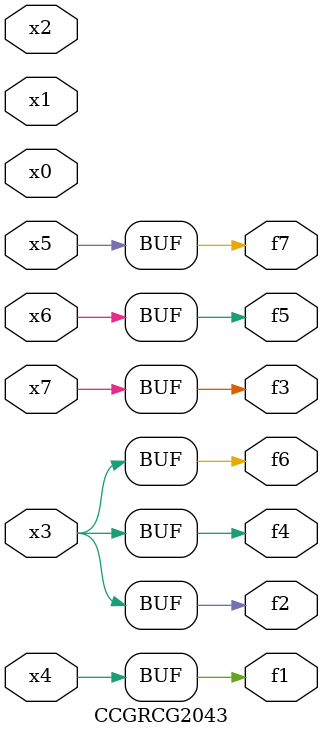
<source format=v>
module CCGRCG2043(
	input x0, x1, x2, x3, x4, x5, x6, x7,
	output f1, f2, f3, f4, f5, f6, f7
);
	assign f1 = x4;
	assign f2 = x3;
	assign f3 = x7;
	assign f4 = x3;
	assign f5 = x6;
	assign f6 = x3;
	assign f7 = x5;
endmodule

</source>
